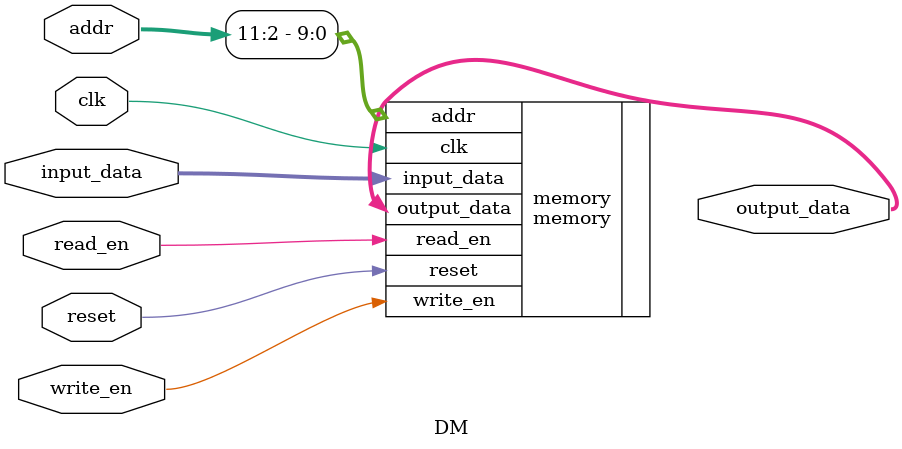
<source format=v>
`timescale 1ns / 1ps
module DM(addr, input_data, read_en, write_en, clk, reset, output_data);
input[31:0] addr;
input[31:0] input_data;
input read_en;
input write_en;
input clk;
input reset;
output[31:0] output_data;
	memory#(32,1024)memory(.addr(addr[11:2]), .input_data(input_data), .read_en(read_en), .write_en(write_en),
	       .clk(clk), .reset(reset), .output_data(output_data));
endmodule

</source>
